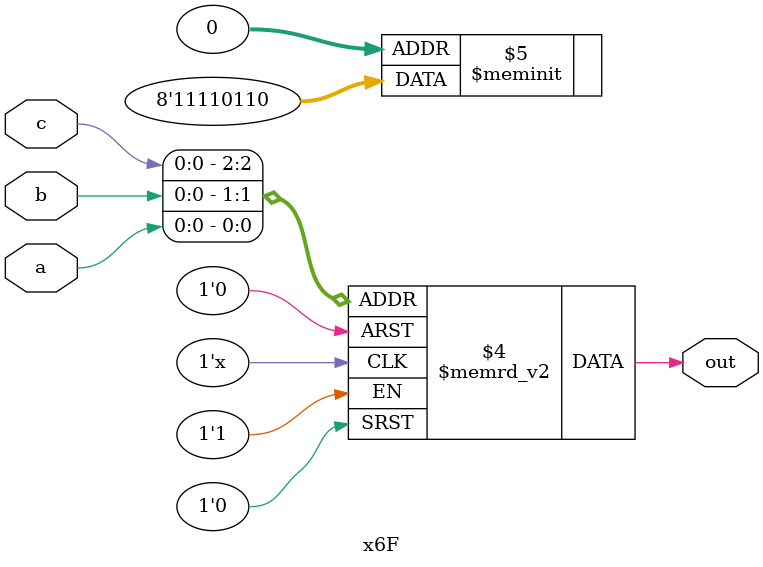
<source format=v>
module x6F(output out, input a, b, c);
   
   always@(c, b, a)
	 begin
		case({c, b, a})
		  3'b000: {out} = 1'b0;
		  3'b001: {out} = 1'b1;
		  3'b010: {out} = 1'b1;
		  3'b011: {out} = 1'b0;
		  3'b100: {out} = 1'b1;
		  3'b101: {out} = 1'b1;
		  3'b110: {out} = 1'b1;
		  3'b111: {out} = 1'b1;
		endcase
	 end

endmodule

</source>
